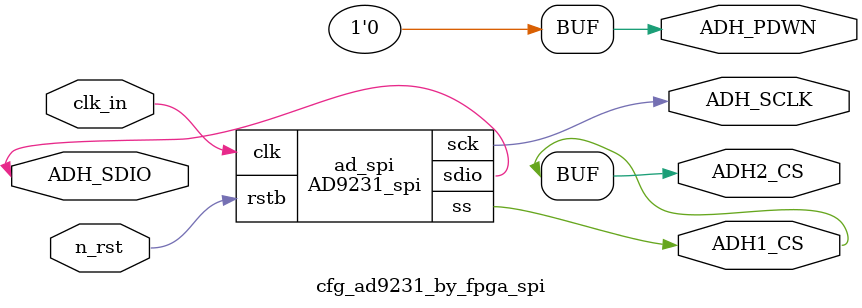
<source format=v>
/*~~~~~~~~~~~~~~~~~~~~~~~~~~~~~~~~~~~~~~~~~~~~~~~~~~~~~~~~~~~~~~~~~~~~~~~~~~~~~~
  SPI MODE 3
		CHANGE DATA @ NEGEDGE
		read data @posedge

 RSTB-active low asyn reset, CLK-clock, T_RB=0-rx  1-TX, mlb=0-LSB 1st 1-msb 1st
 START=1- starts data transmission cdiv 0=clk/4 1=/8   2=/16  3=/32
~~~~~~~~~~~~~~~~~~~~~~~~~~~~~~~~~~~~~~~~~~~~~~~~~~~~~~~~~~~~~~~~~~~~~~~~~~~~~~*/
module master_spi(rstb,clk,mlb,start,tdat,cdiv,din, ss,sck,dout,done,rdata);
    input rstb,clk,mlb,start;
    input [23:0] tdat;  //transmit data
    input [1:0] cdiv;  //clock divider
	input din;
	output reg ss; 
	output reg sck; 
	output dout; 
   output reg done;
	output reg [7:0] rdata; //received data
   reg    rdout;
parameter idle=2'b00;		
parameter send=2'b10; 
parameter finish=2'b11; 
reg [1:0] cur,nxt;

	reg [23:0] treg;
	reg [7:0] rreg;
	reg [5:0] nbit;
	reg [4:0] mid,cnt;
	reg shift,clr;

//FSM i/o
always @(start or cur or nbit or cdiv or rreg) begin
		 nxt=cur;
		 clr=0;  
		 shift=0;//ss=0;
		 case(cur)
			idle:begin
				if(start==1)
		               begin 
							 case (cdiv)
								2'b00: mid=2;
								2'b01: mid=4;
								2'b10: mid=8;
								2'b11: mid=16;
 							 endcase
						shift=1;
						done=1'b0;
						nxt=send;	 
						end
		        end //idle
			send:begin
				ss=0;
				if(nbit!=24)
					begin shift=1; end
				else begin
						rdata=rreg;done=1'b1;
						nxt=finish;
					end
				end//send
			finish:begin
					shift=0;
					ss=1;
					clr=1;
					nxt=idle;
				 end
			default: nxt=finish;
      endcase
    end//always

//state transistion
always@(negedge clk or negedge rstb) begin
 if(rstb==0) 
   cur<=finish;
 else 
   cur<=nxt;
 end

//setup falling edge (shift dout) sample rising edge (read din)
always@(negedge clk or posedge clr) begin
  if(clr==1) 
		begin cnt=0; sck=1; end
  else begin
	if(shift==1) begin
		cnt=cnt+1; 
	  if(cnt==mid) begin
	  	sck=~sck;
		cnt=0;
		end //mid
	end //shift
 end //rst
end //always

assign dout = rdout;
assign rStart = tdat[23] && nbit >= 16;
//sample @ rising edge (read din)
always@(posedge sck or posedge clr ) begin // or negedge rstb
 if(clr==1)  
	begin
			nbit=0;  
			rreg=8'hFF;  
	end
   else begin 
		if(rStart)
		begin
		  if(mlb==0) //LSB first, din@msb -> right shift
			begin  rreg={din,rreg[7:1]};  end 
		  else  //MSB first, din@lsb -> left shift
			begin  rreg={rreg[6:0],din};  end
		end	
		nbit=nbit+1;
   end //rst
end //always

always@(negedge sck or posedge clr) begin
 if(clr==1) begin
	  treg=24'hFFFF;  rdout=1;  
  end  
 else begin
		if(nbit==0) begin //load data into TREG
			treg=tdat; rdout=mlb?treg[23]:treg[0];
		end //nbit_if
		else begin
			if(mlb==0) //LSB first, shift right
				begin treg={1'b1,treg[23:1]}; rdout=treg[0]; end
			else//MSB first shift LEFT
				begin treg={treg[22:0],1'b1}; rdout=treg[23]; end
		end
 end //rst
end //always

endmodule

module AD9231_spi(
	rstb,
	clk,
	ss,
	sck,
	sdio,
	rdata);
parameter w_reg_05=24'h000503;
parameter w_reg_14=24'h001420;
parameter w_reg_ff=24'h00FF01;

parameter SPI_IDLE=3'd0;
parameter SPI_W_05=3'd1;
parameter SPI_W_14=3'd2;
parameter SPI_W_FF=3'd3;

input rstb;
input clk;
output	ss;
output	sck;
output	sdio;
output [7:0]	rdata;

reg  [31:0] cnt;
reg  [2:0] adc_spi_sta;
reg  adc_spi_start;
wire  adc_spi_done;
reg [23:0] adc_spi_sdata;
reg [1:0] done_shif;

master_spi spi_m(
.rstb(rstb),
.clk(clk),
.mlb(1'b1),
.start(adc_spi_start),
.tdat(adc_spi_sdata),
.cdiv(2'b10),
.ss(ss),
.sck(sck),
.dout(sdio),
.done(adc_spi_done)
);
always @(posedge clk or negedge rstb) 
begin 
	if(!rstb)
		done_shif <= 0;
	else
	begin
		done_shif[1] <= done_shif[0];
		done_shif[0] <= adc_spi_done; 
	end
end


always @(negedge rstb or posedge clk) 
begin
   if(!rstb)
	begin
	   adc_spi_sta <= SPI_IDLE;
	   adc_spi_start <= 1'b0;
		adc_spi_sdata <= 24'hffffff;
		cnt <= 0;
	end
	else
	begin		   
//		if(done_shif == 2'b01)
//			adc_spi_start <= 0;
		if(cnt == 32'd5000)
		begin
			adc_spi_start <= 1'b1;	
			adc_spi_sdata <= w_reg_05;
			cnt <= cnt+1;	
		end
		else
		if(cnt == 32'd10000)
		begin
			adc_spi_start <= 1'b1;	
			adc_spi_sdata <= w_reg_14;	
			cnt <= cnt+1;
		end
		else
		if(cnt == 32'd15000)
		begin
			adc_spi_start <= 1'b1;	
			adc_spi_sdata <= w_reg_ff;	
			cnt <= cnt+1;
		end
		else
		if(cnt == 32'd20000)
			cnt <= cnt;
		else
		begin
			adc_spi_start <= 1'b0;
			cnt <= cnt+1;
		end
		end
end
endmodule



module cfg_ad9231_by_fpga_spi(
	
	clk_in,
	n_rst,
	
	ADH_PDWN,
	ADH2_CS,
	ADH1_CS,
	ADH_SCLK,
	ADH_SDIO,


); 


	output ADH1_CS;
	output ADH2_CS;
	output ADH_SCLK;
	inout ADH_SDIO;
	output ADH_PDWN;









	input clk_in;
	input n_rst;







	assign ADH2_CS = ADH1_CS;

	assign ADH_PDWN = 1'b0;



	AD9231_spi ad_spi(
		.rstb(n_rst),
		.clk(clk_in),
		.ss(ADH1_CS),
		.sck(ADH_SCLK),
		.sdio(ADH_SDIO)
	//	.rdata()
	);
	
	

	
endmodule
</source>
